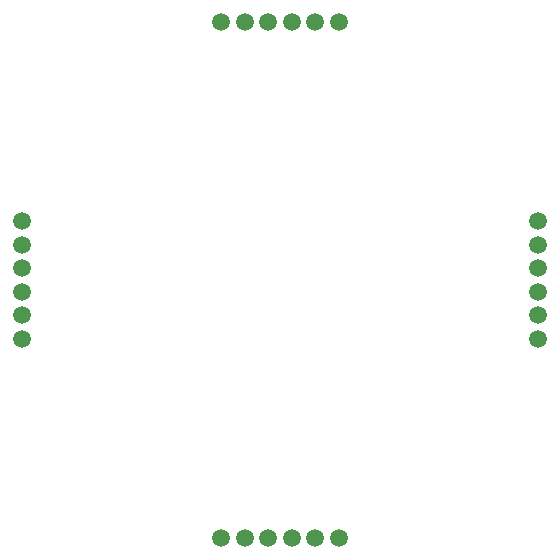
<source format=gbr>
%TF.GenerationSoftware,KiCad,Pcbnew,7.0.7-7.0.7~ubuntu22.04.1*%
%TF.CreationDate,2023-10-06T14:41:20+02:00*%
%TF.ProjectId,ShotClockProject,53686f74-436c-46f6-936b-50726f6a6563,rev?*%
%TF.SameCoordinates,Original*%
%TF.FileFunction,Paste,Bot*%
%TF.FilePolarity,Positive*%
%FSLAX46Y46*%
G04 Gerber Fmt 4.6, Leading zero omitted, Abs format (unit mm)*
G04 Created by KiCad (PCBNEW 7.0.7-7.0.7~ubuntu22.04.1) date 2023-10-06 14:41:20*
%MOMM*%
%LPD*%
G01*
G04 APERTURE LIST*
%ADD10C,1.500000*%
G04 APERTURE END LIST*
D10*
%TO.C,U9*%
X132175000Y-95000000D03*
X132175000Y-97000000D03*
X132175000Y-99000000D03*
X132175000Y-101000000D03*
X132175000Y-103000000D03*
X132175000Y-105000000D03*
%TD*%
%TO.C,U6*%
X159000000Y-78175000D03*
X157000000Y-78175000D03*
X155000000Y-78175000D03*
X153000000Y-78175000D03*
X151000000Y-78175000D03*
X149000000Y-78175000D03*
%TD*%
%TO.C,U8*%
X149000000Y-121825000D03*
X151000000Y-121825000D03*
X153000000Y-121825000D03*
X155000000Y-121825000D03*
X157000000Y-121825000D03*
X159000000Y-121825000D03*
%TD*%
%TO.C,U7*%
X175825000Y-105000000D03*
X175825000Y-103000000D03*
X175825000Y-101000000D03*
X175825000Y-99000000D03*
X175825000Y-97000000D03*
X175825000Y-95000000D03*
%TD*%
M02*

</source>
